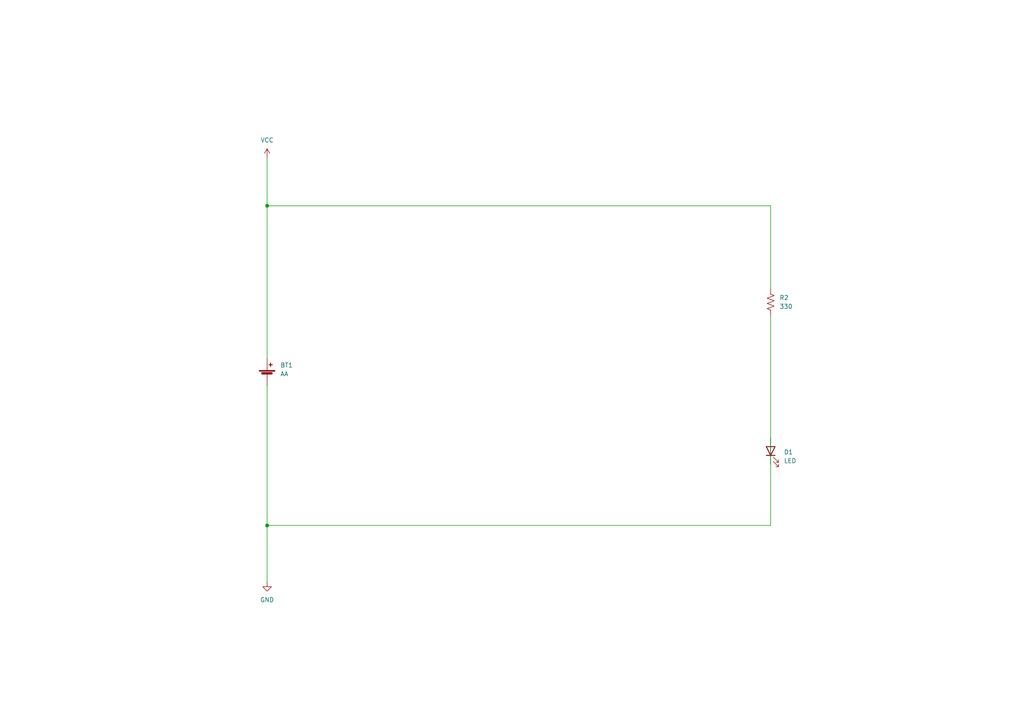
<source format=kicad_sch>
(kicad_sch (version 20211123) (generator eeschema)

  (uuid af867abc-d711-4450-9404-134cd0a52426)

  (paper "A4")

  (lib_symbols
    (symbol "Device:Battery_Cell" (pin_numbers hide) (pin_names (offset 0) hide) (in_bom yes) (on_board yes)
      (property "Reference" "BT" (id 0) (at 2.54 2.54 0)
        (effects (font (size 1.27 1.27)) (justify left))
      )
      (property "Value" "Battery_Cell" (id 1) (at 2.54 0 0)
        (effects (font (size 1.27 1.27)) (justify left))
      )
      (property "Footprint" "" (id 2) (at 0 1.524 90)
        (effects (font (size 1.27 1.27)) hide)
      )
      (property "Datasheet" "~" (id 3) (at 0 1.524 90)
        (effects (font (size 1.27 1.27)) hide)
      )
      (property "ki_keywords" "battery cell" (id 4) (at 0 0 0)
        (effects (font (size 1.27 1.27)) hide)
      )
      (property "ki_description" "Single-cell battery" (id 5) (at 0 0 0)
        (effects (font (size 1.27 1.27)) hide)
      )
      (symbol "Battery_Cell_0_1"
        (rectangle (start -2.286 1.778) (end 2.286 1.524)
          (stroke (width 0) (type default) (color 0 0 0 0))
          (fill (type outline))
        )
        (rectangle (start -1.5748 1.1938) (end 1.4732 0.6858)
          (stroke (width 0) (type default) (color 0 0 0 0))
          (fill (type outline))
        )
        (polyline
          (pts
            (xy 0 0.762)
            (xy 0 0)
          )
          (stroke (width 0) (type default) (color 0 0 0 0))
          (fill (type none))
        )
        (polyline
          (pts
            (xy 0 1.778)
            (xy 0 2.54)
          )
          (stroke (width 0) (type default) (color 0 0 0 0))
          (fill (type none))
        )
        (polyline
          (pts
            (xy 0.508 3.429)
            (xy 1.524 3.429)
          )
          (stroke (width 0.254) (type default) (color 0 0 0 0))
          (fill (type none))
        )
        (polyline
          (pts
            (xy 1.016 3.937)
            (xy 1.016 2.921)
          )
          (stroke (width 0.254) (type default) (color 0 0 0 0))
          (fill (type none))
        )
      )
      (symbol "Battery_Cell_1_1"
        (pin passive line (at 0 5.08 270) (length 2.54)
          (name "+" (effects (font (size 1.27 1.27))))
          (number "1" (effects (font (size 1.27 1.27))))
        )
        (pin passive line (at 0 -2.54 90) (length 2.54)
          (name "-" (effects (font (size 1.27 1.27))))
          (number "2" (effects (font (size 1.27 1.27))))
        )
      )
    )
    (symbol "Device:LED" (pin_numbers hide) (pin_names (offset 1.016) hide) (in_bom yes) (on_board yes)
      (property "Reference" "D" (id 0) (at 0 2.54 0)
        (effects (font (size 1.27 1.27)))
      )
      (property "Value" "LED" (id 1) (at 0 -2.54 0)
        (effects (font (size 1.27 1.27)))
      )
      (property "Footprint" "" (id 2) (at 0 0 0)
        (effects (font (size 1.27 1.27)) hide)
      )
      (property "Datasheet" "~" (id 3) (at 0 0 0)
        (effects (font (size 1.27 1.27)) hide)
      )
      (property "ki_keywords" "LED diode" (id 4) (at 0 0 0)
        (effects (font (size 1.27 1.27)) hide)
      )
      (property "ki_description" "Light emitting diode" (id 5) (at 0 0 0)
        (effects (font (size 1.27 1.27)) hide)
      )
      (property "ki_fp_filters" "LED* LED_SMD:* LED_THT:*" (id 6) (at 0 0 0)
        (effects (font (size 1.27 1.27)) hide)
      )
      (symbol "LED_0_1"
        (polyline
          (pts
            (xy -1.27 -1.27)
            (xy -1.27 1.27)
          )
          (stroke (width 0.254) (type default) (color 0 0 0 0))
          (fill (type none))
        )
        (polyline
          (pts
            (xy -1.27 0)
            (xy 1.27 0)
          )
          (stroke (width 0) (type default) (color 0 0 0 0))
          (fill (type none))
        )
        (polyline
          (pts
            (xy 1.27 -1.27)
            (xy 1.27 1.27)
            (xy -1.27 0)
            (xy 1.27 -1.27)
          )
          (stroke (width 0.254) (type default) (color 0 0 0 0))
          (fill (type none))
        )
        (polyline
          (pts
            (xy -3.048 -0.762)
            (xy -4.572 -2.286)
            (xy -3.81 -2.286)
            (xy -4.572 -2.286)
            (xy -4.572 -1.524)
          )
          (stroke (width 0) (type default) (color 0 0 0 0))
          (fill (type none))
        )
        (polyline
          (pts
            (xy -1.778 -0.762)
            (xy -3.302 -2.286)
            (xy -2.54 -2.286)
            (xy -3.302 -2.286)
            (xy -3.302 -1.524)
          )
          (stroke (width 0) (type default) (color 0 0 0 0))
          (fill (type none))
        )
      )
      (symbol "LED_1_1"
        (pin passive line (at -3.81 0 0) (length 2.54)
          (name "K" (effects (font (size 1.27 1.27))))
          (number "1" (effects (font (size 1.27 1.27))))
        )
        (pin passive line (at 3.81 0 180) (length 2.54)
          (name "A" (effects (font (size 1.27 1.27))))
          (number "2" (effects (font (size 1.27 1.27))))
        )
      )
    )
    (symbol "Device:R_US" (pin_numbers hide) (pin_names (offset 0)) (in_bom yes) (on_board yes)
      (property "Reference" "R" (id 0) (at 2.54 0 90)
        (effects (font (size 1.27 1.27)))
      )
      (property "Value" "R_US" (id 1) (at -2.54 0 90)
        (effects (font (size 1.27 1.27)))
      )
      (property "Footprint" "" (id 2) (at 1.016 -0.254 90)
        (effects (font (size 1.27 1.27)) hide)
      )
      (property "Datasheet" "~" (id 3) (at 0 0 0)
        (effects (font (size 1.27 1.27)) hide)
      )
      (property "ki_keywords" "R res resistor" (id 4) (at 0 0 0)
        (effects (font (size 1.27 1.27)) hide)
      )
      (property "ki_description" "Resistor, US symbol" (id 5) (at 0 0 0)
        (effects (font (size 1.27 1.27)) hide)
      )
      (property "ki_fp_filters" "R_*" (id 6) (at 0 0 0)
        (effects (font (size 1.27 1.27)) hide)
      )
      (symbol "R_US_0_1"
        (polyline
          (pts
            (xy 0 -2.286)
            (xy 0 -2.54)
          )
          (stroke (width 0) (type default) (color 0 0 0 0))
          (fill (type none))
        )
        (polyline
          (pts
            (xy 0 2.286)
            (xy 0 2.54)
          )
          (stroke (width 0) (type default) (color 0 0 0 0))
          (fill (type none))
        )
        (polyline
          (pts
            (xy 0 -0.762)
            (xy 1.016 -1.143)
            (xy 0 -1.524)
            (xy -1.016 -1.905)
            (xy 0 -2.286)
          )
          (stroke (width 0) (type default) (color 0 0 0 0))
          (fill (type none))
        )
        (polyline
          (pts
            (xy 0 0.762)
            (xy 1.016 0.381)
            (xy 0 0)
            (xy -1.016 -0.381)
            (xy 0 -0.762)
          )
          (stroke (width 0) (type default) (color 0 0 0 0))
          (fill (type none))
        )
        (polyline
          (pts
            (xy 0 2.286)
            (xy 1.016 1.905)
            (xy 0 1.524)
            (xy -1.016 1.143)
            (xy 0 0.762)
          )
          (stroke (width 0) (type default) (color 0 0 0 0))
          (fill (type none))
        )
      )
      (symbol "R_US_1_1"
        (pin passive line (at 0 3.81 270) (length 1.27)
          (name "~" (effects (font (size 1.27 1.27))))
          (number "1" (effects (font (size 1.27 1.27))))
        )
        (pin passive line (at 0 -3.81 90) (length 1.27)
          (name "~" (effects (font (size 1.27 1.27))))
          (number "2" (effects (font (size 1.27 1.27))))
        )
      )
    )
    (symbol "power:GND" (power) (pin_names (offset 0)) (in_bom yes) (on_board yes)
      (property "Reference" "#PWR" (id 0) (at 0 -6.35 0)
        (effects (font (size 1.27 1.27)) hide)
      )
      (property "Value" "GND" (id 1) (at 0 -3.81 0)
        (effects (font (size 1.27 1.27)))
      )
      (property "Footprint" "" (id 2) (at 0 0 0)
        (effects (font (size 1.27 1.27)) hide)
      )
      (property "Datasheet" "" (id 3) (at 0 0 0)
        (effects (font (size 1.27 1.27)) hide)
      )
      (property "ki_keywords" "power-flag" (id 4) (at 0 0 0)
        (effects (font (size 1.27 1.27)) hide)
      )
      (property "ki_description" "Power symbol creates a global label with name \"GND\" , ground" (id 5) (at 0 0 0)
        (effects (font (size 1.27 1.27)) hide)
      )
      (symbol "GND_0_1"
        (polyline
          (pts
            (xy 0 0)
            (xy 0 -1.27)
            (xy 1.27 -1.27)
            (xy 0 -2.54)
            (xy -1.27 -1.27)
            (xy 0 -1.27)
          )
          (stroke (width 0) (type default) (color 0 0 0 0))
          (fill (type none))
        )
      )
      (symbol "GND_1_1"
        (pin power_in line (at 0 0 270) (length 0) hide
          (name "GND" (effects (font (size 1.27 1.27))))
          (number "1" (effects (font (size 1.27 1.27))))
        )
      )
    )
    (symbol "power:VCC" (power) (pin_names (offset 0)) (in_bom yes) (on_board yes)
      (property "Reference" "#PWR" (id 0) (at 0 -3.81 0)
        (effects (font (size 1.27 1.27)) hide)
      )
      (property "Value" "VCC" (id 1) (at 0 3.81 0)
        (effects (font (size 1.27 1.27)))
      )
      (property "Footprint" "" (id 2) (at 0 0 0)
        (effects (font (size 1.27 1.27)) hide)
      )
      (property "Datasheet" "" (id 3) (at 0 0 0)
        (effects (font (size 1.27 1.27)) hide)
      )
      (property "ki_keywords" "power-flag" (id 4) (at 0 0 0)
        (effects (font (size 1.27 1.27)) hide)
      )
      (property "ki_description" "Power symbol creates a global label with name \"VCC\"" (id 5) (at 0 0 0)
        (effects (font (size 1.27 1.27)) hide)
      )
      (symbol "VCC_0_1"
        (polyline
          (pts
            (xy -0.762 1.27)
            (xy 0 2.54)
          )
          (stroke (width 0) (type default) (color 0 0 0 0))
          (fill (type none))
        )
        (polyline
          (pts
            (xy 0 0)
            (xy 0 2.54)
          )
          (stroke (width 0) (type default) (color 0 0 0 0))
          (fill (type none))
        )
        (polyline
          (pts
            (xy 0 2.54)
            (xy 0.762 1.27)
          )
          (stroke (width 0) (type default) (color 0 0 0 0))
          (fill (type none))
        )
      )
      (symbol "VCC_1_1"
        (pin power_in line (at 0 0 90) (length 0) hide
          (name "VCC" (effects (font (size 1.27 1.27))))
          (number "1" (effects (font (size 1.27 1.27))))
        )
      )
    )
  )

  (junction (at 77.47 152.4) (diameter 0) (color 0 0 0 0)
    (uuid 6b0f93ad-f34f-40e4-a6e1-74a525b6f95c)
  )
  (junction (at 77.47 59.69) (diameter 0) (color 0 0 0 0)
    (uuid e157f1d4-878a-42a6-8296-12f4a2938d75)
  )

  (wire (pts (xy 77.47 168.91) (xy 77.47 152.4))
    (stroke (width 0) (type default) (color 0 0 0 0))
    (uuid 09dbf42f-de2e-4553-9377-12c7b28b14d3)
  )
  (wire (pts (xy 77.47 45.72) (xy 77.47 59.69))
    (stroke (width 0) (type default) (color 0 0 0 0))
    (uuid 36c50217-6268-478b-94c8-f8729d690d5d)
  )
  (wire (pts (xy 77.47 104.14) (xy 77.47 59.69))
    (stroke (width 0) (type default) (color 0 0 0 0))
    (uuid 3a06a2d0-933f-4f60-b334-06ed25516893)
  )
  (wire (pts (xy 77.47 59.69) (xy 223.52 59.69))
    (stroke (width 0) (type default) (color 0 0 0 0))
    (uuid 665842f1-252d-4fd2-84d9-ae5d2f93209a)
  )
  (wire (pts (xy 77.47 152.4) (xy 77.47 111.76))
    (stroke (width 0) (type default) (color 0 0 0 0))
    (uuid 7e66a5c2-a481-4d71-8aab-935f57f5a363)
  )
  (wire (pts (xy 223.52 152.4) (xy 77.47 152.4))
    (stroke (width 0) (type default) (color 0 0 0 0))
    (uuid 80eaeea8-64c1-4950-abe7-30de756775c1)
  )
  (wire (pts (xy 223.52 59.69) (xy 223.52 83.82))
    (stroke (width 0) (type default) (color 0 0 0 0))
    (uuid 8e8d4222-8cd7-4f40-a554-d1f3db58db3c)
  )
  (wire (pts (xy 223.52 91.44) (xy 223.52 152.4))
    (stroke (width 0) (type default) (color 0 0 0 0))
    (uuid d6976154-e73e-4815-9a35-0e949854b97b)
  )

  (symbol (lib_id "Device:LED") (at 223.52 130.81 90) (unit 1)
    (in_bom yes) (on_board yes) (fields_autoplaced)
    (uuid 209bde16-f046-426e-9316-5578101340ba)
    (property "Reference" "D1" (id 0) (at 227.33 131.1274 90)
      (effects (font (size 1.27 1.27)) (justify right))
    )
    (property "Value" "LED" (id 1) (at 227.33 133.6674 90)
      (effects (font (size 1.27 1.27)) (justify right))
    )
    (property "Footprint" "" (id 2) (at 223.52 130.81 0)
      (effects (font (size 1.27 1.27)) hide)
    )
    (property "Datasheet" "~" (id 3) (at 223.52 130.81 0)
      (effects (font (size 1.27 1.27)) hide)
    )
    (pin "1" (uuid 94e54072-9499-4181-9e58-4e036c857cd2))
    (pin "2" (uuid 4d11b553-9852-4ba2-bcf3-c1c31507aa2d))
  )

  (symbol (lib_id "Device:Battery_Cell") (at 77.47 109.22 0) (unit 1)
    (in_bom yes) (on_board yes) (fields_autoplaced)
    (uuid 88a034aa-3bc8-4328-85e2-7bacb20034be)
    (property "Reference" "BT1" (id 0) (at 81.28 105.9179 0)
      (effects (font (size 1.27 1.27)) (justify left))
    )
    (property "Value" "AA" (id 1) (at 81.28 108.4579 0)
      (effects (font (size 1.27 1.27)) (justify left))
    )
    (property "Footprint" "" (id 2) (at 77.47 107.696 90)
      (effects (font (size 1.27 1.27)) hide)
    )
    (property "Datasheet" "~" (id 3) (at 77.47 107.696 90)
      (effects (font (size 1.27 1.27)) hide)
    )
    (pin "1" (uuid e41cfba9-d82e-439a-b025-e40fd4ca66be))
    (pin "2" (uuid 9dece230-3e32-4668-93e9-76c4c50065d4))
  )

  (symbol (lib_id "power:VCC") (at 77.47 45.72 0) (unit 1)
    (in_bom yes) (on_board yes) (fields_autoplaced)
    (uuid 8ad1992a-1ff9-4397-9c00-fb4868a52257)
    (property "Reference" "#PWR?" (id 0) (at 77.47 49.53 0)
      (effects (font (size 1.27 1.27)) hide)
    )
    (property "Value" "VCC" (id 1) (at 77.47 40.64 0))
    (property "Footprint" "" (id 2) (at 77.47 45.72 0)
      (effects (font (size 1.27 1.27)) hide)
    )
    (property "Datasheet" "" (id 3) (at 77.47 45.72 0)
      (effects (font (size 1.27 1.27)) hide)
    )
    (pin "1" (uuid 6b765069-2541-4c63-a632-dfd8dbc2de23))
  )

  (symbol (lib_id "Device:R_US") (at 223.52 87.63 0) (unit 1)
    (in_bom yes) (on_board yes) (fields_autoplaced)
    (uuid ad541e9b-fb05-4bc0-b9fc-d3e3c0afcec4)
    (property "Reference" "R2" (id 0) (at 226.06 86.3599 0)
      (effects (font (size 1.27 1.27)) (justify left))
    )
    (property "Value" "330" (id 1) (at 226.06 88.8999 0)
      (effects (font (size 1.27 1.27)) (justify left))
    )
    (property "Footprint" "" (id 2) (at 224.536 87.884 90)
      (effects (font (size 1.27 1.27)) hide)
    )
    (property "Datasheet" "~" (id 3) (at 223.52 87.63 0)
      (effects (font (size 1.27 1.27)) hide)
    )
    (pin "1" (uuid 80a98378-24b1-45fa-bae0-e9a808915a93))
    (pin "2" (uuid 1b8a8a57-04f4-4c52-8dcb-b84fa79f9d9e))
  )

  (symbol (lib_id "power:GND") (at 77.47 168.91 0) (unit 1)
    (in_bom yes) (on_board yes) (fields_autoplaced)
    (uuid e04f2248-b430-4b06-8c43-83e6e6dc54bf)
    (property "Reference" "#PWR?" (id 0) (at 77.47 175.26 0)
      (effects (font (size 1.27 1.27)) hide)
    )
    (property "Value" "GND" (id 1) (at 77.47 173.99 0))
    (property "Footprint" "" (id 2) (at 77.47 168.91 0)
      (effects (font (size 1.27 1.27)) hide)
    )
    (property "Datasheet" "" (id 3) (at 77.47 168.91 0)
      (effects (font (size 1.27 1.27)) hide)
    )
    (pin "1" (uuid c8e114f1-c81b-4aea-a2e2-6f10f1269b12))
  )

  (sheet_instances
    (path "/" (page "1"))
  )

  (symbol_instances
    (path "/8ad1992a-1ff9-4397-9c00-fb4868a52257"
      (reference "#PWR?") (unit 1) (value "VCC") (footprint "")
    )
    (path "/e04f2248-b430-4b06-8c43-83e6e6dc54bf"
      (reference "#PWR?") (unit 1) (value "GND") (footprint "")
    )
    (path "/88a034aa-3bc8-4328-85e2-7bacb20034be"
      (reference "BT1") (unit 1) (value "AA") (footprint "")
    )
    (path "/209bde16-f046-426e-9316-5578101340ba"
      (reference "D1") (unit 1) (value "LED") (footprint "")
    )
    (path "/ad541e9b-fb05-4bc0-b9fc-d3e3c0afcec4"
      (reference "R2") (unit 1) (value "330") (footprint "")
    )
  )
)

</source>
